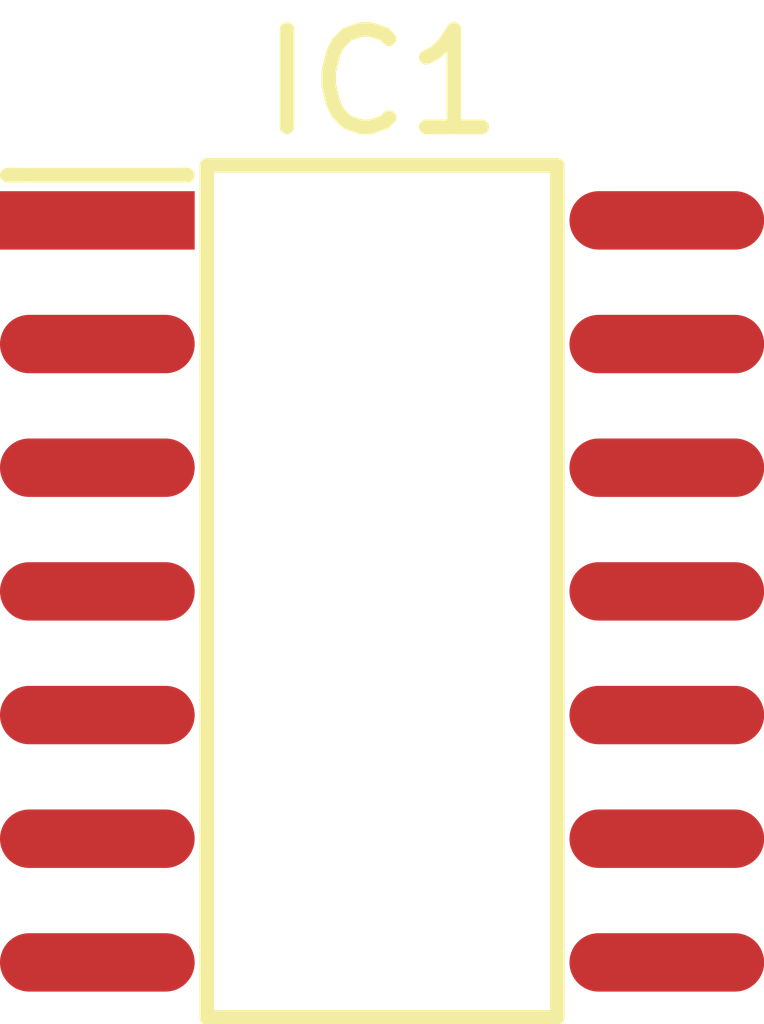
<source format=kicad_pcb>
(kicad_pcb (version 20171130) (host pcbnew 5.0.0)

  (general
    (thickness 1.6)
    (drawings 0)
    (tracks 0)
    (zones 0)
    (modules 1)
    (nets 1)
  )

  (page A4)
  (layers
    (0 F.Cu signal)
    (31 B.Cu signal)
    (32 B.Adhes user)
    (33 F.Adhes user)
    (34 B.Paste user)
    (35 F.Paste user)
    (36 B.SilkS user)
    (37 F.SilkS user)
    (38 B.Mask user)
    (39 F.Mask user)
    (40 Dwgs.User user)
    (41 Cmts.User user)
    (42 Eco1.User user)
    (43 Eco2.User user)
    (44 Edge.Cuts user)
    (45 Margin user)
    (46 B.CrtYd user)
    (47 F.CrtYd user)
    (48 B.Fab user)
    (49 F.Fab user)
  )

  (setup
    (last_trace_width 0.25)
    (trace_clearance 0.2)
    (zone_clearance 0.508)
    (zone_45_only no)
    (trace_min 0.2)
    (segment_width 0.2)
    (edge_width 0.15)
    (via_size 0.8)
    (via_drill 0.4)
    (via_min_size 0.4)
    (via_min_drill 0.3)
    (uvia_size 0.3)
    (uvia_drill 0.1)
    (uvias_allowed no)
    (uvia_min_size 0.2)
    (uvia_min_drill 0.1)
    (pcb_text_width 0.3)
    (pcb_text_size 1.5 1.5)
    (mod_edge_width 0.15)
    (mod_text_size 1 1)
    (mod_text_width 0.15)
    (pad_size 1.524 1.524)
    (pad_drill 0.762)
    (pad_to_mask_clearance 0.2)
    (aux_axis_origin 0 0)
    (visible_elements FFFFFF7F)
    (pcbplotparams
      (layerselection 0x010fc_ffffffff)
      (usegerberextensions false)
      (usegerberattributes false)
      (usegerberadvancedattributes false)
      (creategerberjobfile false)
      (excludeedgelayer true)
      (linewidth 0.100000)
      (plotframeref false)
      (viasonmask false)
      (mode 1)
      (useauxorigin false)
      (hpglpennumber 1)
      (hpglpenspeed 20)
      (hpglpendiameter 15.000000)
      (psnegative false)
      (psa4output false)
      (plotreference true)
      (plotvalue true)
      (plotinvisibletext false)
      (padsonsilk false)
      (subtractmaskfromsilk false)
      (outputformat 1)
      (mirror false)
      (drillshape 1)
      (scaleselection 1)
      (outputdirectory ""))
  )

  (net 0 "")

  (net_class Default "This is the default net class."
    (clearance 0.2)
    (trace_width 0.25)
    (via_dia 0.8)
    (via_drill 0.4)
    (uvia_dia 0.3)
    (uvia_drill 0.1)
  )

  (module bel_ic:S_SO14 (layer F.Cu) (tedit 553B3CA0) (tstamp 5BC82D3B)
    (at 129.5 80)
    (path /5BC8212F)
    (attr smd)
    (fp_text reference IC1 (at 0 -5.225) (layer F.SilkS)
      (effects (font (size 1 1) (thickness 0.15)))
    )
    (fp_text value 7400 (at 0 0 90) (layer F.Fab) hide
      (effects (font (size 1 1) (thickness 0.15)))
    )
    (fp_line (start -3.85 -4.275) (end -3.65 -4.275) (layer F.SilkS) (width 0.15))
    (fp_line (start -3.65 -4.275) (end -2 -4.275) (layer F.SilkS) (width 0.15))
    (fp_line (start -1.8 -4.375) (end -1.8 4.375) (layer F.SilkS) (width 0.15))
    (fp_line (start -1.8 4.375) (end 1.8 4.375) (layer F.SilkS) (width 0.15))
    (fp_line (start 1.8 4.375) (end 1.8 -4.375) (layer F.SilkS) (width 0.15))
    (fp_line (start 1.8 -4.375) (end -1.8 -4.375) (layer F.SilkS) (width 0.15))
    (pad 1 smd rect (at -2.925 -3.81) (size 2 0.6) (layers F.Cu F.Paste F.Mask))
    (pad 2 smd oval (at -2.925 -2.54) (size 2 0.6) (layers F.Cu F.Paste F.Mask))
    (pad 3 smd oval (at -2.925 -1.27) (size 2 0.6) (layers F.Cu F.Paste F.Mask))
    (pad 4 smd oval (at -2.925 0) (size 2 0.6) (layers F.Cu F.Paste F.Mask))
    (pad 5 smd oval (at -2.925 1.27) (size 2 0.6) (layers F.Cu F.Paste F.Mask))
    (pad 6 smd oval (at -2.925 2.54) (size 2 0.6) (layers F.Cu F.Paste F.Mask))
    (pad 7 smd oval (at -2.925 3.81) (size 2 0.6) (layers F.Cu F.Paste F.Mask))
    (pad 8 smd oval (at 2.925 3.81) (size 2 0.6) (layers F.Cu F.Paste F.Mask))
    (pad 9 smd oval (at 2.925 2.54) (size 2 0.6) (layers F.Cu F.Paste F.Mask))
    (pad 10 smd oval (at 2.925 1.27) (size 2 0.6) (layers F.Cu F.Paste F.Mask))
    (pad 11 smd oval (at 2.925 0) (size 2 0.6) (layers F.Cu F.Paste F.Mask))
    (pad 12 smd oval (at 2.925 -1.27) (size 2 0.6) (layers F.Cu F.Paste F.Mask))
    (pad 13 smd oval (at 2.925 -2.54) (size 2 0.6) (layers F.Cu F.Paste F.Mask))
    (pad 14 smd oval (at 2.925 -3.81) (size 2 0.6) (layers F.Cu F.Paste F.Mask))
    (model /usr/local/share/kicad/modules/packages3d/Housings_SOIC.3dshapes/SOIC-14_3.9x8.7mm_Pitch1.27mm.wrl
      (at (xyz 0 0 0))
      (scale (xyz 1 1 1))
      (rotate (xyz 0 0 0))
    )
  )

)

</source>
